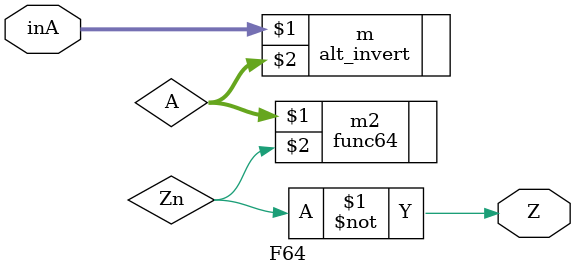
<source format=v>
module F64(inA, Z
	);

	// Assigning ports as in/out
	input [63:0] inA;
	output Z;

	wire [63:0] A;
	alt_invert #(64) m(inA, A);

	wire Zn;
	func64 m2(A, Zn);

	assign Z = ~Zn;

endmodule

</source>
